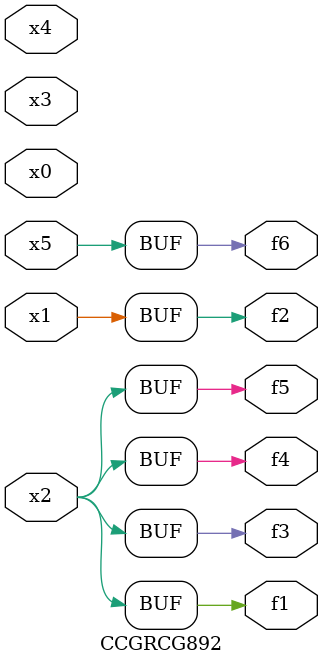
<source format=v>
module CCGRCG892(
	input x0, x1, x2, x3, x4, x5,
	output f1, f2, f3, f4, f5, f6
);
	assign f1 = x2;
	assign f2 = x1;
	assign f3 = x2;
	assign f4 = x2;
	assign f5 = x2;
	assign f6 = x5;
endmodule

</source>
